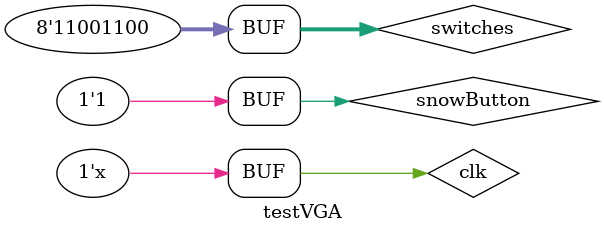
<source format=v>
`timescale 1ns / 1ps


module testVGA;

	// Inputs
	reg clk;
	reg snowButton;
	reg [7:0] switches;

	// Outputs
	wire [1:0] vgaBlue_Pad;
	wire [2:0] vgaGreen_Pad;
	wire [2:0] vgaRed_Pad;
	wire h_sync_Pad;
	wire v_sync_Pad;

	// Instantiate the Unit Under Test (UUT)
	topVGA uut (
		.clk(clk), 
		.snowButton(snowButton), 
		.switches(switches), 
		.vgaBlue_Pad(vgaBlue_Pad), 
		.vgaGreen_Pad(vgaGreen_Pad), 
		.vgaRed_Pad(vgaRed_Pad), 
		.h_sync_Pad(h_sync_Pad), 
		.v_sync_Pad(v_sync_Pad)
	);

	initial begin
		// Initialize Inputs
		clk = 0;
		snowButton = 0;
		switches = 0;

		// Wait 100 ns for global reset to finish
		#100;
        
		// Add stimulus here
		switches = 8'b11001100;
		snowButton = 1;
	end

	

	always
	#5 clk = ~clk;

	
      
endmodule


</source>
